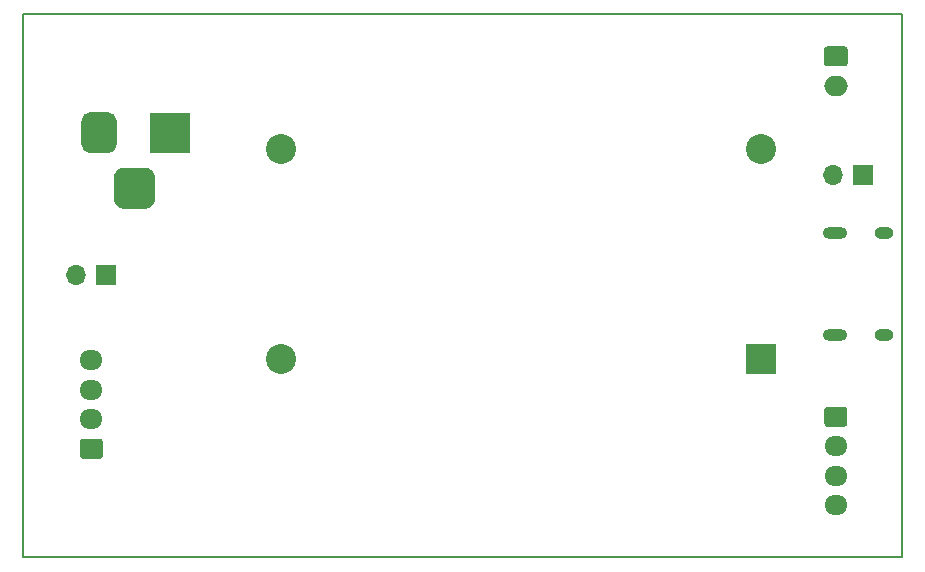
<source format=gbr>
G04 #@! TF.GenerationSoftware,KiCad,Pcbnew,7.0.11+1*
G04 #@! TF.ProjectId,radwag_scale,72616477-6167-45f7-9363-616c652e6b69,rev?*
G04 #@! TF.SameCoordinates,Original*
G04 #@! TF.FileFunction,Copper,L2,Bot*
G04 #@! TF.FilePolarity,Positive*
%FSLAX46Y46*%
G04 Gerber Fmt 4.6, Leading zero omitted, Abs format (unit mm)*
%MOMM*%
%LPD*%
G01*
G04 APERTURE LIST*
G04 #@! TA.AperFunction,Profile*
%ADD10C,0.200000*%
G04 #@! TD*
G04 #@! TA.AperFunction,ComponentPad*
%ADD11O,2.100000X1.000000*%
G04 #@! TD*
G04 #@! TA.AperFunction,ComponentPad*
%ADD12O,1.600000X1.000000*%
G04 #@! TD*
G04 #@! TA.AperFunction,ComponentPad*
%ADD13R,3.500000X3.500000*%
G04 #@! TD*
G04 #@! TA.AperFunction,ComponentPad*
%ADD14O,1.950000X1.700000*%
G04 #@! TD*
G04 #@! TA.AperFunction,ComponentPad*
%ADD15R,1.700000X1.700000*%
G04 #@! TD*
G04 #@! TA.AperFunction,ComponentPad*
%ADD16O,1.700000X1.700000*%
G04 #@! TD*
G04 #@! TA.AperFunction,ComponentPad*
%ADD17R,2.540000X2.540000*%
G04 #@! TD*
G04 #@! TA.AperFunction,ComponentPad*
%ADD18C,2.540000*%
G04 #@! TD*
G04 #@! TA.AperFunction,ComponentPad*
%ADD19O,2.000000X1.700000*%
G04 #@! TD*
G04 APERTURE END LIST*
D10*
X66330000Y-35560000D02*
X140716000Y-35560000D01*
X140716000Y-81534000D01*
X66330000Y-81534000D01*
X66330000Y-35560000D01*
D11*
X135030000Y-62720000D03*
D12*
X139210000Y-62720000D03*
D11*
X135030000Y-54080000D03*
D12*
X139210000Y-54080000D03*
D13*
X78750000Y-45600000D03*
G04 #@! TA.AperFunction,ComponentPad*
G36*
G01*
X71250000Y-46600000D02*
X71250000Y-44600000D01*
G75*
G02*
X72000000Y-43850000I750000J0D01*
G01*
X73500000Y-43850000D01*
G75*
G02*
X74250000Y-44600000I0J-750000D01*
G01*
X74250000Y-46600000D01*
G75*
G02*
X73500000Y-47350000I-750000J0D01*
G01*
X72000000Y-47350000D01*
G75*
G02*
X71250000Y-46600000I0J750000D01*
G01*
G37*
G04 #@! TD.AperFunction*
G04 #@! TA.AperFunction,ComponentPad*
G36*
G01*
X74000000Y-51175000D02*
X74000000Y-49425000D01*
G75*
G02*
X74875000Y-48550000I875000J0D01*
G01*
X76625000Y-48550000D01*
G75*
G02*
X77500000Y-49425000I0J-875000D01*
G01*
X77500000Y-51175000D01*
G75*
G02*
X76625000Y-52050000I-875000J0D01*
G01*
X74875000Y-52050000D01*
G75*
G02*
X74000000Y-51175000I0J875000D01*
G01*
G37*
G04 #@! TD.AperFunction*
G04 #@! TA.AperFunction,ComponentPad*
G36*
G01*
X72825000Y-73200000D02*
X71375000Y-73200000D01*
G75*
G02*
X71125000Y-72950000I0J250000D01*
G01*
X71125000Y-71750000D01*
G75*
G02*
X71375000Y-71500000I250000J0D01*
G01*
X72825000Y-71500000D01*
G75*
G02*
X73075000Y-71750000I0J-250000D01*
G01*
X73075000Y-72950000D01*
G75*
G02*
X72825000Y-73200000I-250000J0D01*
G01*
G37*
G04 #@! TD.AperFunction*
D14*
X72100000Y-69850000D03*
X72100000Y-67350000D03*
X72100000Y-64850000D03*
D15*
X73375000Y-57650000D03*
D16*
X70835000Y-57650000D03*
D15*
X137400000Y-49200000D03*
D16*
X134860000Y-49200000D03*
D17*
X128778000Y-64770000D03*
D18*
X128778000Y-46990000D03*
X88138000Y-46990000D03*
X88138000Y-64770000D03*
G04 #@! TA.AperFunction,ComponentPad*
G36*
G01*
X134385500Y-38286000D02*
X135885500Y-38286000D01*
G75*
G02*
X136135500Y-38536000I0J-250000D01*
G01*
X136135500Y-39736000D01*
G75*
G02*
X135885500Y-39986000I-250000J0D01*
G01*
X134385500Y-39986000D01*
G75*
G02*
X134135500Y-39736000I0J250000D01*
G01*
X134135500Y-38536000D01*
G75*
G02*
X134385500Y-38286000I250000J0D01*
G01*
G37*
G04 #@! TD.AperFunction*
D19*
X135135500Y-41636000D03*
G04 #@! TA.AperFunction,ComponentPad*
G36*
G01*
X134410500Y-68806000D02*
X135860500Y-68806000D01*
G75*
G02*
X136110500Y-69056000I0J-250000D01*
G01*
X136110500Y-70256000D01*
G75*
G02*
X135860500Y-70506000I-250000J0D01*
G01*
X134410500Y-70506000D01*
G75*
G02*
X134160500Y-70256000I0J250000D01*
G01*
X134160500Y-69056000D01*
G75*
G02*
X134410500Y-68806000I250000J0D01*
G01*
G37*
G04 #@! TD.AperFunction*
D14*
X135135500Y-72156000D03*
X135135500Y-74656000D03*
X135135500Y-77156000D03*
M02*

</source>
